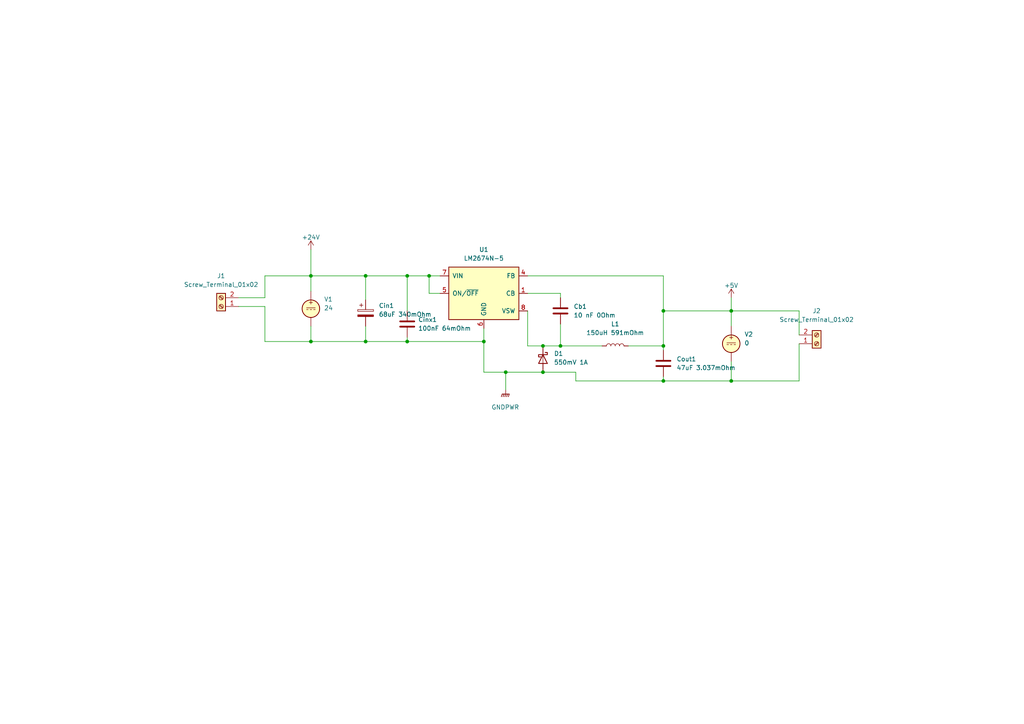
<source format=kicad_sch>
(kicad_sch (version 20211123) (generator eeschema)
  (paper "A4")
  (lib_symbols
    (symbol "Connector:Screw_Terminal_01x02" (pin_names (offset 1.016) hide)
      (property "Reference" "J" (at 0 2.54 0))
      (property "Value" "Screw_Terminal_01x02" (at 0 -5.08 0))
      (symbol "Screw_Terminal_01x02_1_1"
        (rectangle (start -1.27 1.27) (end 1.27 -3.81) (stroke (width 0.254)) (fill (type background)))
        (circle (center 0 -2.54) (radius 0.635) (stroke (width 0.1524)))
        (polyline (pts (xy -0.5334 -2.2098) (xy 0.3302 -3.048)) (stroke (width 0.1524)))
        (polyline (pts (xy -0.5334 0.3302) (xy 0.3302 -0.508)) (stroke (width 0.1524)))
        (polyline (pts (xy -0.3556 -2.032) (xy 0.508 -2.8702)) (stroke (width 0.1524)))
        (polyline (pts (xy -0.3556 0.508) (xy 0.508 -0.3302)) (stroke (width 0.1524)))
        (circle (center 0 0) (radius 0.635) (stroke (width 0.1524)))
        (pin passive line (at -5.08 0 0) (length 3.81) (name "Pin_1") (number "1"))
        (pin passive line (at -5.08 -2.54 0) (length 3.81) (name "Pin_2") (number "2"))
      )
    )
    (symbol "Device:C" (pin_numbers hide) (pin_names (offset 0.254))
      (property "Reference" "C" (at 0.635 2.54 0))
      (property "Value" "C" (at 0.635 -2.54 0))
      (symbol "C_0_1"
        (polyline (pts (xy -2.032 -0.762) (xy 2.032 -0.762)) (stroke (width 0.508)))
        (polyline (pts (xy -2.032 0.762) (xy 2.032 0.762)) (stroke (width 0.508)))
      )
      (symbol "C_1_1"
        (pin passive line (at 0 3.81 270) (length 2.794) (name "~") (number "1"))
        (pin passive line (at 0 -3.81 90) (length 2.794) (name "~") (number "2"))
      )
    )
    (symbol "Device:C_Polarized" (pin_numbers hide) (pin_names (offset 0.254))
      (property "Reference" "C" (at 0.635 2.54 0))
      (property "Value" "C_Polarized" (at 0.635 -2.54 0))
      (symbol "C_Polarized_0_1"
        (rectangle (start -2.286 0.508) (end 2.286 1.016))
        (polyline (pts (xy -1.778 2.286) (xy -0.762 2.286)))
        (polyline (pts (xy -1.27 2.794) (xy -1.27 1.778)))
        (rectangle (start 2.286 -0.508) (end -2.286 -1.016) (fill (type outline)))
      )
      (symbol "C_Polarized_1_1"
        (pin passive line (at 0 3.81 270) (length 2.794) (name "~") (number "1"))
        (pin passive line (at 0 -3.81 90) (length 2.794) (name "~") (number "2"))
      )
    )
    (symbol "Device:D_Schottky" (pin_numbers hide) (pin_names (offset 1.016) hide)
      (property "Reference" "D" (at 0 2.54 0))
      (property "Value" "D_Schottky" (at 0 -2.54 0))
      (symbol "D_Schottky_0_1"
        (polyline (pts (xy 1.27 0) (xy -1.27 0)))
        (polyline (pts (xy 1.27 1.27) (xy 1.27 -1.27) (xy -1.27 0) (xy 1.27 1.27)) (stroke (width 0.254)))
        (polyline (pts (xy -1.905 0.635) (xy -1.905 1.27) (xy -1.27 1.27) (xy -1.27 -1.27) (xy -0.635 -1.27) (xy -0.635 -0.635)) (stroke (width 0.254)))
      )
      (symbol "D_Schottky_1_1"
        (pin passive line (at -3.81 0 0) (length 2.54) (name "K") (number "1"))
        (pin passive line (at 3.81 0 180) (length 2.54) (name "A") (number "2"))
      )
    )
    (symbol "Device:L" (pin_numbers hide) (pin_names (offset 1.016) hide)
      (property "Reference" "L" (at -1.27 0 90))
      (property "Value" "L" (at 1.905 0 90))
      (symbol "L_0_1"
        (arc (start 0 -2.54) (mid 0.635 -1.905) (end 0 -1.27))
        (arc (start 0 -1.27) (mid 0.635 -0.635) (end 0 0))
        (arc (start 0 0) (mid 0.635 0.635) (end 0 1.27))
        (arc (start 0 1.27) (mid 0.635 1.905) (end 0 2.54))
      )
      (symbol "L_1_1"
        (pin passive line (at 0 3.81 270) (length 1.27) (name "1") (number "1"))
        (pin passive line (at 0 -3.81 90) (length 1.27) (name "2") (number "2"))
      )
    )
    (symbol "Regulator_Switching:LM2674N-5.0" (pin_names (offset 1.016))
      (property "Reference" "U" (at -10.16 8.89 0))
      (property "Value" "LM2674N-5.0" (at 0 8.89 0))
      (symbol "LM2674N-5.0_0_1"
        (rectangle (start -10.16 7.62) (end 10.16 -7.62) (stroke (width 0.254)) (fill (type background)))
      )
      (symbol "LM2674N-5.0_1_1"
        (pin input line (at 12.7 0 180) (length 2.54) (name "CB") (number "1"))
        (pin no_connect line (at -10.16 -2.54 0) (length 2.54) hide (name "NC") (number "2"))
        (pin no_connect line (at -10.16 -5.08 0) (length 2.54) hide (name "NC") (number "3"))
        (pin input line (at 12.7 5.08 180) (length 2.54) (name "FB") (number "4"))
        (pin input line (at -12.7 0 0) (length 2.54) (name "ON/~{OFF}") (number "5"))
        (pin power_in line (at 0 -10.16 90) (length 2.54) (name "GND") (number "6"))
        (pin power_in line (at -12.7 5.08 0) (length 2.54) (name "VIN") (number "7"))
        (pin output line (at 12.7 -5.08 180) (length 2.54) (name "VSW") (number "8"))
      )
    )
    (symbol "Simulation_SPICE:VDC" (pin_numbers hide) (pin_names (offset 0.0254))
      (property "Reference" "V" (at 2.54 2.54 0))
      (property "Value" "VDC" (at 2.54 0 0))
      (property "Spice_Model" "dc(1)" (at 2.54 -2.54 0))
      (symbol "VDC_0_0"
        (polyline (pts (xy -1.27 0.254) (xy 1.27 0.254)))
        (polyline (pts (xy -0.762 -0.254) (xy -1.27 -0.254)))
        (polyline (pts (xy 0.254 -0.254) (xy -0.254 -0.254)))
        (polyline (pts (xy 1.27 -0.254) (xy 0.762 -0.254)))
        (text "+" (at 0 1.905 0) (effects (font (size 1.27 1.27))))
      )
      (symbol "VDC_0_1"
        (circle (center 0 0) (radius 2.54) (stroke (width 0.254)) (fill (type background)))
      )
      (symbol "VDC_1_1"
        (pin passive line (at 0 5.08 270) (length 2.54) (name "~") (number "1"))
        (pin passive line (at 0 -5.08 90) (length 2.54) (name "~") (number "2"))
      )
    )
    (symbol "power:+24V" (power) (pin_names (offset 0))
      (property "Value" "+24V" (at 0 3.556 0))
      (symbol "+24V_0_1"
        (polyline (pts (xy -0.762 1.27) (xy 0 2.54)))
        (polyline (pts (xy 0 0) (xy 0 2.54)))
        (polyline (pts (xy 0 2.54) (xy 0.762 1.27)))
      )
      (symbol "+24V_1_1"
        (pin power_in line (at 0 0 90) (length 0) hide (name "+24V") (number "1"))
      )
    )
    (symbol "power:+5V" (power) (pin_names (offset 0))
      (property "Value" "+5V" (at 0 3.556 0))
      (symbol "+5V_0_1"
        (polyline (pts (xy -0.762 1.27) (xy 0 2.54)))
        (polyline (pts (xy 0 0) (xy 0 2.54)))
        (polyline (pts (xy 0 2.54) (xy 0.762 1.27)))
      )
      (symbol "+5V_1_1"
        (pin power_in line (at 0 0 90) (length 0) hide (name "+5V") (number "1"))
      )
    )
    (symbol "power:GNDPWR" (power) (pin_names (offset 0))
      (property "Value" "GNDPWR" (at 0 -3.302 0))
      (symbol "GNDPWR_0_1"
        (polyline (pts (xy 0 -1.27) (xy 0 0)))
        (polyline (pts (xy -1.016 -1.27) (xy -1.27 -2.032) (xy -1.27 -2.032)) (stroke (width 0.2032)))
        (polyline (pts (xy -0.508 -1.27) (xy -0.762 -2.032) (xy -0.762 -2.032)) (stroke (width 0.2032)))
        (polyline (pts (xy 0 -1.27) (xy -0.254 -2.032) (xy -0.254 -2.032)) (stroke (width 0.2032)))
        (polyline (pts (xy 0.508 -1.27) (xy 0.254 -2.032) (xy 0.254 -2.032)) (stroke (width 0.2032)))
        (polyline (pts (xy 1.016 -1.27) (xy -1.016 -1.27) (xy -1.016 -1.27)) (stroke (width 0.2032)))
        (polyline (pts (xy 1.016 -1.27) (xy 0.762 -2.032) (xy 0.762 -2.032) (xy 0.762 -2.032)) (stroke (width 0.2032)))
      )
      (symbol "GNDPWR_1_1"
        (pin power_in line (at 0 0 270) (length 0) hide (name "GNDPWR") (number "1"))
      )
    )
  )
  (junction (at 90.17 99.06))
  (junction (at 106.045 99.06))
  (junction (at 124.46 80.01))
  (junction (at 192.405 100.33))
  (junction (at 140.335 99.06))
  (junction (at 157.48 107.95))
  (junction (at 212.09 110.49))
  (junction (at 118.11 80.01))
  (junction (at 162.56 100.33))
  (junction (at 106.045 80.01))
  (junction (at 212.09 90.17))
  (junction (at 192.405 90.17))
  (junction (at 157.48 100.33))
  (junction (at 118.11 99.06))
  (junction (at 90.17 80.01))
  (junction (at 146.685 107.95))
  (junction (at 192.405 110.49))
  (wire (pts (xy 90.17 72.39) (xy 90.17 80.01)))
  (wire (pts (xy 76.835 86.36) (xy 76.835 80.01)))
  (wire (pts (xy 153.035 100.33) (xy 157.48 100.33)))
  (wire (pts (xy 153.035 80.01) (xy 192.405 80.01)))
  (wire (pts (xy 124.46 80.01) (xy 124.46 85.09)))
  (wire (pts (xy 192.405 110.49) (xy 212.09 110.49)))
  (wire (pts (xy 124.46 80.01) (xy 127.635 80.01)))
  (wire (pts (xy 140.335 95.25) (xy 140.335 99.06)))
  (wire (pts (xy 90.17 94.615) (xy 90.17 99.06)))
  (wire (pts (xy 146.685 107.95) (xy 157.48 107.95)))
  (wire (pts (xy 212.09 104.775) (xy 212.09 110.49)))
  (wire (pts (xy 162.56 85.09) (xy 162.56 86.36)))
  (wire (pts (xy 118.11 80.01) (xy 118.11 90.17)))
  (wire (pts (xy 212.09 90.17) (xy 231.775 90.17)))
  (wire (pts (xy 140.335 99.06) (xy 140.335 107.95)))
  (wire (pts (xy 106.045 99.06) (xy 118.11 99.06)))
  (wire (pts (xy 153.035 85.09) (xy 162.56 85.09)))
  (wire (pts (xy 231.775 110.49) (xy 231.775 99.695)))
  (wire (pts (xy 76.835 80.01) (xy 90.17 80.01)))
  (wire (pts (xy 231.775 90.17) (xy 231.775 97.155)))
  (wire (pts (xy 162.56 100.33) (xy 174.625 100.33)))
  (wire (pts (xy 167.005 110.49) (xy 192.405 110.49)))
  (wire (pts (xy 90.17 80.01) (xy 106.045 80.01)))
  (wire (pts (xy 162.56 93.98) (xy 162.56 100.33)))
  (wire (pts (xy 192.405 90.17) (xy 212.09 90.17)))
  (wire (pts (xy 140.335 107.95) (xy 146.685 107.95)))
  (wire (pts (xy 192.405 90.17) (xy 192.405 100.33)))
  (wire (pts (xy 76.835 99.06) (xy 90.17 99.06)))
  (wire (pts (xy 106.045 94.615) (xy 106.045 99.06)))
  (wire (pts (xy 69.215 86.36) (xy 76.835 86.36)))
  (wire (pts (xy 124.46 85.09) (xy 127.635 85.09)))
  (wire (pts (xy 167.005 107.95) (xy 167.005 110.49)))
  (wire (pts (xy 192.405 80.01) (xy 192.405 90.17)))
  (wire (pts (xy 106.045 80.01) (xy 118.11 80.01)))
  (wire (pts (xy 157.48 100.33) (xy 162.56 100.33)))
  (wire (pts (xy 146.685 107.95) (xy 146.685 113.03)))
  (wire (pts (xy 118.11 97.79) (xy 118.11 99.06)))
  (wire (pts (xy 157.48 107.95) (xy 167.005 107.95)))
  (wire (pts (xy 212.09 86.36) (xy 212.09 90.17)))
  (wire (pts (xy 76.835 88.9) (xy 76.835 99.06)))
  (wire (pts (xy 192.405 100.33) (xy 192.405 101.6)))
  (wire (pts (xy 118.11 80.01) (xy 124.46 80.01)))
  (wire (pts (xy 76.835 88.9) (xy 69.215 88.9)))
  (wire (pts (xy 90.17 80.01) (xy 90.17 84.455)))
  (wire (pts (xy 192.405 110.49) (xy 192.405 109.22)))
  (wire (pts (xy 90.17 99.06) (xy 106.045 99.06)))
  (wire (pts (xy 212.09 90.17) (xy 212.09 94.615)))
  (wire (pts (xy 182.245 100.33) (xy 192.405 100.33)))
  (wire (pts (xy 106.045 86.995) (xy 106.045 80.01)))
  (wire (pts (xy 118.11 99.06) (xy 140.335 99.06)))
  (wire (pts (xy 153.035 100.33) (xy 153.035 90.17)))
  (wire (pts (xy 212.09 110.49) (xy 231.775 110.49)))
  (symbol (lib_id "Regulator_Switching:LM2674N-5.0") (at 140.335 85.09 0) (unit 1)
    (property "Reference" "U1" (at 140.335 72.39 0))
    (property "Value" "LM2674N-5" (at 140.335 74.93 0))
    (property "Footprint" "Package_DIP:DIP-8_W7.62mm" (effects hide))
    (property "Datasheet" "http://www.ti.com/lit/ds/symlink/lm2674.pdf" (effects hide))
  )
  (symbol (lib_id "Simulation_SPICE:VDC") (at 90.17 89.535 0) (unit 1)
    (property "Reference" "V1" (at 93.98 86.8051 0) (effects (justify left)))
    (property "Value" "VDC" (at 93.98 89.3451 0) (effects (justify left)))
    (property "Spice_Netlist_Enabled" "Y" (effects hide))
    (property "Spice_Primitive" "V" (effects hide))
    (property "Spice_Model" "dc 24" (at 93.98 91.8851 0) (effects (justify left)))
  )
  (symbol (lib_id "Connector:Screw_Terminal_01x02") (at 64.135 88.9 180) (unit 1)
    (property "Reference" "J1" (at 64.135 80.01 0))
    (property "Value" "Screw_Terminal_01x02" (at 64.135 82.55 0))
    (property "Footprint" "TerminalBlock_Phoenix:TerminalBlock_Phoenix_MKDS-3-2-5.08_1x02_P5.08mm_Horizontal" (effects hide))
    (property "MPN1" "Phoenix Contacts:1985988" (effects hide))
    (property "SKU1" "Mouser:651-1985988 " (effects hide))
  )
  (symbol (lib_id "Device:C") (at 162.56 90.17 0) (unit 1)
    (property "Reference" "Cb1" (at 166.37 88.8999 0) (effects (justify left)))
    (property "Value" "10 nF 0Ohm" (at 166.37 91.4399 0) (effects (justify left)))
    (property "Footprint" "Capacitor_SMD:C_0805_2012Metric" (effects hide))
    (property "MPN1" "TDK:CGA4C2C0G1H103J060AA" (effects hide))
    (property "SKU1" "mouser:810-CGA4C2C0G1H103J060AA" (effects hide))
  )
  (symbol (lib_id "power:GNDPWR") (at 146.685 113.03 0) (unit 1)
    (property "Reference" "#PWR02" (effects hide))
    (property "Value" "GNDPWR" (at 146.558 118.11 0))
  )
  (symbol (lib_id "Device:C") (at 192.405 105.41 0) (unit 1)
    (property "Reference" "Cout1" (at 196.215 104.1399 0) (effects (justify left)))
    (property "Value" "47uF 3.037mOhm" (at 196.215 106.6799 0) (effects (justify left)))
    (property "Footprint" "Capacitor_SMD:C_1210_3225Metric" (effects hide))
    (property "MPN1" "TDK:C3216X5R1E476M" (effects hide))
    (property "SKU1" " mouser:810-C3216X5R1E476M" (effects hide))
  )
  (symbol (lib_id "Device:D_Schottky") (at 157.48 104.14 270) (unit 1)
    (property "Reference" "D1" (at 160.655 102.5524 90) (effects (justify left)))
    (property "Value" "550mV 1A" (at 160.655 105.0924 90) (effects (justify left)))
    (property "Footprint" "project:DR74-151-R" (effects hide))
    (property "MPN1" "diodes inc:ZLLS400TA" (effects hide))
    (property "SKU1" "mouser:522-ZLLS400TA" (effects hide))
  )
  (symbol (lib_id "Connector:Screw_Terminal_01x02") (at 236.855 99.695 0) (mirror x) (unit 1)
    (property "Reference" "J2" (at 236.855 90.17 0))
    (property "Value" "Screw_Terminal_01x02" (at 236.855 92.71 0))
    (property "Footprint" "TerminalBlock_Phoenix:TerminalBlock_Phoenix_MKDS-3-2-5.08_1x02_P5.08mm_Horizontal" (effects hide))
    (property "MPN1" "Phoenix Contacts:1985988" (effects hide))
    (property "SKU1" "Mouser:651-1985988 " (effects hide))
  )
  (symbol (lib_id "Simulation_SPICE:VDC") (at 212.09 99.695 0) (unit 1)
    (property "Reference" "V2" (at 215.9 96.9651 0) (effects (justify left)))
    (property "Value" "VDC" (at 215.9 99.5051 0) (effects (justify left)))
    (property "Spice_Netlist_Enabled" "Y" (effects hide))
    (property "Spice_Primitive" "V" (effects hide))
    (property "Spice_Model" "dc 0" (at 215.9 102.0451 0) (effects (justify left)))
  )
  (symbol (lib_id "power:+24V") (at 90.17 72.39 0) (unit 1)
    (property "Reference" "#PWR01" (effects hide))
    (property "Value" "+24V" (at 90.17 68.834 0))
  )
  (symbol (lib_id "Device:C_Polarized") (at 106.045 90.805 0) (unit 1)
    (property "Reference" "Cin1" (at 109.855 88.6459 0) (effects (justify left)))
    (property "Value" "68uF 340mOhm" (at 109.855 91.1859 0) (effects (justify left)))
    (property "Footprint" "Capacitor_SMD:CP_Elec_6.3x7.7" (effects hide))
    (property "MPN1" "Nichicon:UUD1V680MCL1GS " (effects hide))
    (property "SKU1" "Mouser:647-UUD1V680MCL" (effects hide))
  )
  (symbol (lib_id "power:+5V") (at 212.09 86.36 0) (mirror y) (unit 1)
    (property "Reference" "#PWR03" (effects hide))
    (property "Value" "+5V" (at 212.09 82.804 0))
  )
  (symbol (lib_id "Device:L") (at 178.435 100.33 90) (unit 1)
    (property "Reference" "L1" (at 178.435 93.98 90))
    (property "Value" "150uH 591mOhm" (at 178.435 96.52 90))
    (property "Footprint" "Inductor_SMD:L_7.3x7.3_H3.5" (effects hide))
    (property "MPN1" "Eaton: DR74-151-R" (effects hide))
    (property "SKU1" "Mouser:704-DR74-151-R" (effects hide))
  )
  (symbol (lib_id "Device:C") (at 118.11 93.98 0) (unit 1)
    (property "Reference" "Cinx1" (at 121.285 92.7099 0) (effects (justify left)))
    (property "Value" "100nF 64mOhm" (at 121.285 95.2499 0) (effects (justify left)))
    (property "Footprint" "Capacitor_SMD:C_0805_2012Metric" (effects hide))
    (property "MPN1" "KEMET:C0805C104M5RACTU" (effects hide))
    (property "SKU1" "Mouser:80-C0805C104M5R" (effects hide))
  )
)
</source>
